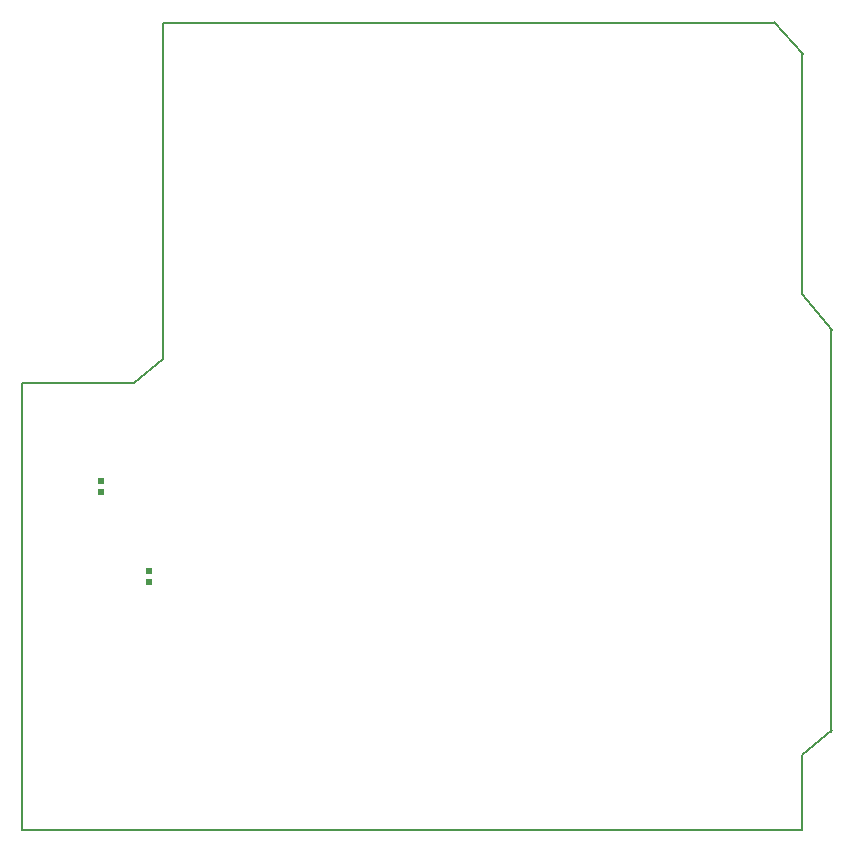
<source format=gbr>
G04 PROTEUS RS274X GERBER FILE*
%FSLAX26Y26*%
%MOIN*%
G01*
%ADD71R,0.024000X0.024000*%
%ADD20C,0.008000*%
D71*
X+425000Y-1470000D03*
X+425000Y-1434567D03*
X+265000Y-1135000D03*
X+265000Y-1170433D03*
D20*
X+472441Y+393701D02*
X+2503937Y+393701D01*
X+0Y-807087D02*
X+0Y-2295276D01*
X+2602362Y-2295276D01*
X+2602362Y+295276D02*
X+2602362Y-511811D01*
X+2696850Y-629921D02*
X+2696850Y-1968504D01*
X+0Y-807087D02*
X+374016Y-807087D01*
X+472441Y-728346D02*
X+472441Y+393701D01*
X+2602362Y-2047244D02*
X+2602362Y-2295276D01*
X+2700787Y-1964567D02*
X+2602362Y-2047244D01*
X+2602362Y-511811D02*
X+2700787Y-629921D01*
X+472441Y-728346D02*
X+374016Y-807087D01*
X+2606299Y+291339D02*
X+2507874Y+397638D01*
M02*

</source>
